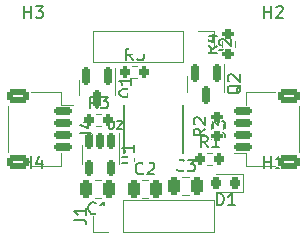
<source format=gto>
%TF.GenerationSoftware,KiCad,Pcbnew,(6.0.10)*%
%TF.CreationDate,2023-01-14T14:38:52-05:00*%
%TF.ProjectId,AS5600-Breakout,41533536-3030-42d4-9272-65616b6f7574,rev?*%
%TF.SameCoordinates,Original*%
%TF.FileFunction,Legend,Top*%
%TF.FilePolarity,Positive*%
%FSLAX46Y46*%
G04 Gerber Fmt 4.6, Leading zero omitted, Abs format (unit mm)*
G04 Created by KiCad (PCBNEW (6.0.10)) date 2023-01-14 14:38:52*
%MOMM*%
%LPD*%
G01*
G04 APERTURE LIST*
G04 Aperture macros list*
%AMRoundRect*
0 Rectangle with rounded corners*
0 $1 Rounding radius*
0 $2 $3 $4 $5 $6 $7 $8 $9 X,Y pos of 4 corners*
0 Add a 4 corners polygon primitive as box body*
4,1,4,$2,$3,$4,$5,$6,$7,$8,$9,$2,$3,0*
0 Add four circle primitives for the rounded corners*
1,1,$1+$1,$2,$3*
1,1,$1+$1,$4,$5*
1,1,$1+$1,$6,$7*
1,1,$1+$1,$8,$9*
0 Add four rect primitives between the rounded corners*
20,1,$1+$1,$2,$3,$4,$5,0*
20,1,$1+$1,$4,$5,$6,$7,0*
20,1,$1+$1,$6,$7,$8,$9,0*
20,1,$1+$1,$8,$9,$2,$3,0*%
G04 Aperture macros list end*
%ADD10C,0.150000*%
%ADD11C,0.120000*%
%ADD12C,0.127000*%
%ADD13RoundRect,0.250000X-0.250000X-0.475000X0.250000X-0.475000X0.250000X0.475000X-0.250000X0.475000X0*%
%ADD14RoundRect,0.218750X0.218750X0.256250X-0.218750X0.256250X-0.218750X-0.256250X0.218750X-0.256250X0*%
%ADD15R,0.600000X1.400000*%
%ADD16C,2.500000*%
%ADD17RoundRect,0.150000X-0.625000X0.150000X-0.625000X-0.150000X0.625000X-0.150000X0.625000X0.150000X0*%
%ADD18RoundRect,0.250000X-0.650000X0.350000X-0.650000X-0.350000X0.650000X-0.350000X0.650000X0.350000X0*%
%ADD19RoundRect,0.200000X0.275000X-0.200000X0.275000X0.200000X-0.275000X0.200000X-0.275000X-0.200000X0*%
%ADD20RoundRect,0.150000X0.625000X-0.150000X0.625000X0.150000X-0.625000X0.150000X-0.625000X-0.150000X0*%
%ADD21RoundRect,0.250000X0.650000X-0.350000X0.650000X0.350000X-0.650000X0.350000X-0.650000X-0.350000X0*%
%ADD22RoundRect,0.250000X0.250000X0.475000X-0.250000X0.475000X-0.250000X-0.475000X0.250000X-0.475000X0*%
%ADD23R,1.700000X1.700000*%
%ADD24O,1.700000X1.700000*%
%ADD25RoundRect,0.200000X-0.200000X-0.275000X0.200000X-0.275000X0.200000X0.275000X-0.200000X0.275000X0*%
%ADD26RoundRect,0.150000X-0.150000X0.587500X-0.150000X-0.587500X0.150000X-0.587500X0.150000X0.587500X0*%
%ADD27RoundRect,0.150000X-0.150000X0.512500X-0.150000X-0.512500X0.150000X-0.512500X0.150000X0.512500X0*%
G04 APERTURE END LIST*
D10*
%TO.C,C3*%
X127021333Y-88593142D02*
X126973714Y-88640761D01*
X126830857Y-88688380D01*
X126735619Y-88688380D01*
X126592761Y-88640761D01*
X126497523Y-88545523D01*
X126449904Y-88450285D01*
X126402285Y-88259809D01*
X126402285Y-88116952D01*
X126449904Y-87926476D01*
X126497523Y-87831238D01*
X126592761Y-87736000D01*
X126735619Y-87688380D01*
X126830857Y-87688380D01*
X126973714Y-87736000D01*
X127021333Y-87783619D01*
X127354666Y-87688380D02*
X127973714Y-87688380D01*
X127640380Y-88069333D01*
X127783238Y-88069333D01*
X127878476Y-88116952D01*
X127926095Y-88164571D01*
X127973714Y-88259809D01*
X127973714Y-88497904D01*
X127926095Y-88593142D01*
X127878476Y-88640761D01*
X127783238Y-88688380D01*
X127497523Y-88688380D01*
X127402285Y-88640761D01*
X127354666Y-88593142D01*
%TO.C,D1*%
X129843404Y-91544380D02*
X129843404Y-90544380D01*
X130081500Y-90544380D01*
X130224357Y-90592000D01*
X130319595Y-90687238D01*
X130367214Y-90782476D01*
X130414833Y-90972952D01*
X130414833Y-91115809D01*
X130367214Y-91306285D01*
X130319595Y-91401523D01*
X130224357Y-91496761D01*
X130081500Y-91544380D01*
X129843404Y-91544380D01*
X131367214Y-91544380D02*
X130795785Y-91544380D01*
X131081500Y-91544380D02*
X131081500Y-90544380D01*
X130986261Y-90687238D01*
X130891023Y-90782476D01*
X130795785Y-90830095D01*
%TO.C,U2*%
X120688166Y-84389166D02*
X120688166Y-84955833D01*
X120721500Y-85022500D01*
X120754833Y-85055833D01*
X120821500Y-85089166D01*
X120954833Y-85089166D01*
X121021500Y-85055833D01*
X121054833Y-85022500D01*
X121088166Y-84955833D01*
X121088166Y-84389166D01*
X121388166Y-84455833D02*
X121421500Y-84422500D01*
X121488166Y-84389166D01*
X121654833Y-84389166D01*
X121721500Y-84422500D01*
X121754833Y-84455833D01*
X121788166Y-84522500D01*
X121788166Y-84589166D01*
X121754833Y-84689166D01*
X121354833Y-85089166D01*
X121788166Y-85089166D01*
%TO.C,H4*%
X113538095Y-88392380D02*
X113538095Y-87392380D01*
X113538095Y-87868571D02*
X114109523Y-87868571D01*
X114109523Y-88392380D02*
X114109523Y-87392380D01*
X115014285Y-87725714D02*
X115014285Y-88392380D01*
X114776190Y-87344761D02*
X114538095Y-88059047D01*
X115157142Y-88059047D01*
%TO.C,H3*%
X113538095Y-75692380D02*
X113538095Y-74692380D01*
X113538095Y-75168571D02*
X114109523Y-75168571D01*
X114109523Y-75692380D02*
X114109523Y-74692380D01*
X114490476Y-74692380D02*
X115109523Y-74692380D01*
X114776190Y-75073333D01*
X114919047Y-75073333D01*
X115014285Y-75120952D01*
X115061904Y-75168571D01*
X115109523Y-75263809D01*
X115109523Y-75501904D01*
X115061904Y-75597142D01*
X115014285Y-75644761D01*
X114919047Y-75692380D01*
X114633333Y-75692380D01*
X114538095Y-75644761D01*
X114490476Y-75597142D01*
%TO.C,J4*%
X118272380Y-85423333D02*
X118986666Y-85423333D01*
X119129523Y-85470952D01*
X119224761Y-85566190D01*
X119272380Y-85709047D01*
X119272380Y-85804285D01*
X118605714Y-84518571D02*
X119272380Y-84518571D01*
X118224761Y-84756666D02*
X118939047Y-84994761D01*
X118939047Y-84375714D01*
%TO.C,R2*%
X128862380Y-85065666D02*
X128386190Y-85399000D01*
X128862380Y-85637095D02*
X127862380Y-85637095D01*
X127862380Y-85256142D01*
X127910000Y-85160904D01*
X127957619Y-85113285D01*
X128052857Y-85065666D01*
X128195714Y-85065666D01*
X128290952Y-85113285D01*
X128338571Y-85160904D01*
X128386190Y-85256142D01*
X128386190Y-85637095D01*
X127957619Y-84684714D02*
X127910000Y-84637095D01*
X127862380Y-84541857D01*
X127862380Y-84303761D01*
X127910000Y-84208523D01*
X127957619Y-84160904D01*
X128052857Y-84113285D01*
X128148095Y-84113285D01*
X128290952Y-84160904D01*
X128862380Y-84732333D01*
X128862380Y-84113285D01*
%TO.C,J3*%
X129552380Y-85423333D02*
X130266666Y-85423333D01*
X130409523Y-85470952D01*
X130504761Y-85566190D01*
X130552380Y-85709047D01*
X130552380Y-85804285D01*
X129552380Y-85042380D02*
X129552380Y-84423333D01*
X129933333Y-84756666D01*
X129933333Y-84613809D01*
X129980952Y-84518571D01*
X130028571Y-84470952D01*
X130123809Y-84423333D01*
X130361904Y-84423333D01*
X130457142Y-84470952D01*
X130504761Y-84518571D01*
X130552380Y-84613809D01*
X130552380Y-84899523D01*
X130504761Y-84994761D01*
X130457142Y-85042380D01*
%TO.C,H2*%
X133858095Y-75692380D02*
X133858095Y-74692380D01*
X133858095Y-75168571D02*
X134429523Y-75168571D01*
X134429523Y-75692380D02*
X134429523Y-74692380D01*
X134858095Y-74787619D02*
X134905714Y-74740000D01*
X135000952Y-74692380D01*
X135239047Y-74692380D01*
X135334285Y-74740000D01*
X135381904Y-74787619D01*
X135429523Y-74882857D01*
X135429523Y-74978095D01*
X135381904Y-75120952D01*
X134810476Y-75692380D01*
X135429523Y-75692380D01*
%TO.C,C2*%
X123597333Y-88847142D02*
X123549714Y-88894761D01*
X123406857Y-88942380D01*
X123311619Y-88942380D01*
X123168761Y-88894761D01*
X123073523Y-88799523D01*
X123025904Y-88704285D01*
X122978285Y-88513809D01*
X122978285Y-88370952D01*
X123025904Y-88180476D01*
X123073523Y-88085238D01*
X123168761Y-87990000D01*
X123311619Y-87942380D01*
X123406857Y-87942380D01*
X123549714Y-87990000D01*
X123597333Y-88037619D01*
X123978285Y-88037619D02*
X124025904Y-87990000D01*
X124121142Y-87942380D01*
X124359238Y-87942380D01*
X124454476Y-87990000D01*
X124502095Y-88037619D01*
X124549714Y-88132857D01*
X124549714Y-88228095D01*
X124502095Y-88370952D01*
X123930666Y-88942380D01*
X124549714Y-88942380D01*
%TO.C,C1*%
X119579333Y-92207142D02*
X119531714Y-92254761D01*
X119388857Y-92302380D01*
X119293619Y-92302380D01*
X119150761Y-92254761D01*
X119055523Y-92159523D01*
X119007904Y-92064285D01*
X118960285Y-91873809D01*
X118960285Y-91730952D01*
X119007904Y-91540476D01*
X119055523Y-91445238D01*
X119150761Y-91350000D01*
X119293619Y-91302380D01*
X119388857Y-91302380D01*
X119531714Y-91350000D01*
X119579333Y-91397619D01*
X120531714Y-92302380D02*
X119960285Y-92302380D01*
X120246000Y-92302380D02*
X120246000Y-91302380D01*
X120150761Y-91445238D01*
X120055523Y-91540476D01*
X119960285Y-91588095D01*
%TO.C,J2*%
X130052380Y-78438333D02*
X130766666Y-78438333D01*
X130909523Y-78485952D01*
X131004761Y-78581190D01*
X131052380Y-78724047D01*
X131052380Y-78819285D01*
X130147619Y-78009761D02*
X130100000Y-77962142D01*
X130052380Y-77866904D01*
X130052380Y-77628809D01*
X130100000Y-77533571D01*
X130147619Y-77485952D01*
X130242857Y-77438333D01*
X130338095Y-77438333D01*
X130480952Y-77485952D01*
X131052380Y-78057380D01*
X131052380Y-77438333D01*
%TO.C,R1*%
X129056333Y-86652380D02*
X128723000Y-86176190D01*
X128484904Y-86652380D02*
X128484904Y-85652380D01*
X128865857Y-85652380D01*
X128961095Y-85700000D01*
X129008714Y-85747619D01*
X129056333Y-85842857D01*
X129056333Y-85985714D01*
X129008714Y-86080952D01*
X128961095Y-86128571D01*
X128865857Y-86176190D01*
X128484904Y-86176190D01*
X130008714Y-86652380D02*
X129437285Y-86652380D01*
X129723000Y-86652380D02*
X129723000Y-85652380D01*
X129627761Y-85795238D01*
X129532523Y-85890476D01*
X129437285Y-85938095D01*
%TO.C,Q2*%
X131852619Y-81375238D02*
X131805000Y-81470476D01*
X131709761Y-81565714D01*
X131566904Y-81708571D01*
X131519285Y-81803809D01*
X131519285Y-81899047D01*
X131757380Y-81851428D02*
X131709761Y-81946666D01*
X131614523Y-82041904D01*
X131424047Y-82089523D01*
X131090714Y-82089523D01*
X130900238Y-82041904D01*
X130805000Y-81946666D01*
X130757380Y-81851428D01*
X130757380Y-81660952D01*
X130805000Y-81565714D01*
X130900238Y-81470476D01*
X131090714Y-81422857D01*
X131424047Y-81422857D01*
X131614523Y-81470476D01*
X131709761Y-81565714D01*
X131757380Y-81660952D01*
X131757380Y-81851428D01*
X130852619Y-81041904D02*
X130805000Y-80994285D01*
X130757380Y-80899047D01*
X130757380Y-80660952D01*
X130805000Y-80565714D01*
X130852619Y-80518095D01*
X130947857Y-80470476D01*
X131043095Y-80470476D01*
X131185952Y-80518095D01*
X131757380Y-81089523D01*
X131757380Y-80470476D01*
%TO.C,H1*%
X133858095Y-88392380D02*
X133858095Y-87392380D01*
X133858095Y-87868571D02*
X134429523Y-87868571D01*
X134429523Y-88392380D02*
X134429523Y-87392380D01*
X135429523Y-88392380D02*
X134858095Y-88392380D01*
X135143809Y-88392380D02*
X135143809Y-87392380D01*
X135048571Y-87535238D01*
X134953333Y-87630476D01*
X134858095Y-87678095D01*
%TO.C,R5*%
X122706333Y-79286380D02*
X122373000Y-78810190D01*
X122134904Y-79286380D02*
X122134904Y-78286380D01*
X122515857Y-78286380D01*
X122611095Y-78334000D01*
X122658714Y-78381619D01*
X122706333Y-78476857D01*
X122706333Y-78619714D01*
X122658714Y-78714952D01*
X122611095Y-78762571D01*
X122515857Y-78810190D01*
X122134904Y-78810190D01*
X123611095Y-78286380D02*
X123134904Y-78286380D01*
X123087285Y-78762571D01*
X123134904Y-78714952D01*
X123230142Y-78667333D01*
X123468238Y-78667333D01*
X123563476Y-78714952D01*
X123611095Y-78762571D01*
X123658714Y-78857809D01*
X123658714Y-79095904D01*
X123611095Y-79191142D01*
X123563476Y-79238761D01*
X123468238Y-79286380D01*
X123230142Y-79286380D01*
X123134904Y-79238761D01*
X123087285Y-79191142D01*
%TO.C,R3*%
X119655333Y-83350380D02*
X119322000Y-82874190D01*
X119083904Y-83350380D02*
X119083904Y-82350380D01*
X119464857Y-82350380D01*
X119560095Y-82398000D01*
X119607714Y-82445619D01*
X119655333Y-82540857D01*
X119655333Y-82683714D01*
X119607714Y-82778952D01*
X119560095Y-82826571D01*
X119464857Y-82874190D01*
X119083904Y-82874190D01*
X119988666Y-82350380D02*
X120607714Y-82350380D01*
X120274380Y-82731333D01*
X120417238Y-82731333D01*
X120512476Y-82778952D01*
X120560095Y-82826571D01*
X120607714Y-82921809D01*
X120607714Y-83159904D01*
X120560095Y-83255142D01*
X120512476Y-83302761D01*
X120417238Y-83350380D01*
X120131523Y-83350380D01*
X120036285Y-83302761D01*
X119988666Y-83255142D01*
%TO.C,U1*%
X121806380Y-88016404D02*
X122615904Y-88016404D01*
X122711142Y-87968785D01*
X122758761Y-87921166D01*
X122806380Y-87825928D01*
X122806380Y-87635452D01*
X122758761Y-87540214D01*
X122711142Y-87492595D01*
X122615904Y-87444976D01*
X121806380Y-87444976D01*
X122806380Y-86444976D02*
X122806380Y-87016404D01*
X122806380Y-86730690D02*
X121806380Y-86730690D01*
X121949238Y-86825928D01*
X122044476Y-86921166D01*
X122092095Y-87016404D01*
%TO.C,R4*%
X129832380Y-78081666D02*
X129356190Y-78415000D01*
X129832380Y-78653095D02*
X128832380Y-78653095D01*
X128832380Y-78272142D01*
X128880000Y-78176904D01*
X128927619Y-78129285D01*
X129022857Y-78081666D01*
X129165714Y-78081666D01*
X129260952Y-78129285D01*
X129308571Y-78176904D01*
X129356190Y-78272142D01*
X129356190Y-78653095D01*
X129165714Y-77224523D02*
X129832380Y-77224523D01*
X128784761Y-77462619D02*
X129499047Y-77700714D01*
X129499047Y-77081666D01*
%TO.C,Q1*%
X122642619Y-81677738D02*
X122595000Y-81772976D01*
X122499761Y-81868214D01*
X122356904Y-82011071D01*
X122309285Y-82106309D01*
X122309285Y-82201547D01*
X122547380Y-82153928D02*
X122499761Y-82249166D01*
X122404523Y-82344404D01*
X122214047Y-82392023D01*
X121880714Y-82392023D01*
X121690238Y-82344404D01*
X121595000Y-82249166D01*
X121547380Y-82153928D01*
X121547380Y-81963452D01*
X121595000Y-81868214D01*
X121690238Y-81772976D01*
X121880714Y-81725357D01*
X122214047Y-81725357D01*
X122404523Y-81772976D01*
X122499761Y-81868214D01*
X122547380Y-81963452D01*
X122547380Y-82153928D01*
X122547380Y-80772976D02*
X122547380Y-81344404D01*
X122547380Y-81058690D02*
X121547380Y-81058690D01*
X121690238Y-81153928D01*
X121785476Y-81249166D01*
X121833095Y-81344404D01*
%TO.C,J1*%
X117772380Y-92789333D02*
X118486666Y-92789333D01*
X118629523Y-92836952D01*
X118724761Y-92932190D01*
X118772380Y-93075047D01*
X118772380Y-93170285D01*
X118772380Y-91789333D02*
X118772380Y-92360761D01*
X118772380Y-92075047D02*
X117772380Y-92075047D01*
X117915238Y-92170285D01*
X118010476Y-92265523D01*
X118058095Y-92360761D01*
D11*
%TO.C,C3*%
X126926748Y-89181000D02*
X127449252Y-89181000D01*
X126926748Y-90651000D02*
X127449252Y-90651000D01*
%TO.C,D1*%
X132066500Y-90397000D02*
X132066500Y-88927000D01*
X132066500Y-88927000D02*
X129781500Y-88927000D01*
X129781500Y-90397000D02*
X132066500Y-90397000D01*
D12*
%TO.C,U2*%
X121960000Y-87090000D02*
X121960000Y-83090000D01*
X126960000Y-83090000D02*
X126960000Y-87090000D01*
D11*
%TO.C,J4*%
X116625000Y-81980000D02*
X116625000Y-83030000D01*
X112155000Y-83150000D02*
X112155000Y-87030000D01*
X114125000Y-88200000D02*
X116625000Y-88200000D01*
X116625000Y-88200000D02*
X116625000Y-87150000D01*
X114125000Y-81980000D02*
X116625000Y-81980000D01*
X116625000Y-83030000D02*
X117615000Y-83030000D01*
%TO.C,R2*%
X129317500Y-85136258D02*
X129317500Y-84661742D01*
X130362500Y-85136258D02*
X130362500Y-84661742D01*
%TO.C,J3*%
X134795000Y-88200000D02*
X132295000Y-88200000D01*
X132295000Y-87150000D02*
X131305000Y-87150000D01*
X132295000Y-81980000D02*
X132295000Y-83030000D01*
X132295000Y-88200000D02*
X132295000Y-87150000D01*
X134795000Y-81980000D02*
X132295000Y-81980000D01*
X136765000Y-87030000D02*
X136765000Y-83150000D01*
%TO.C,C2*%
X123502748Y-89435000D02*
X124025252Y-89435000D01*
X123502748Y-90905000D02*
X124025252Y-90905000D01*
%TO.C,C1*%
X120007252Y-90905000D02*
X119484748Y-90905000D01*
X120007252Y-89435000D02*
X119484748Y-89435000D01*
%TO.C,J2*%
X128270000Y-76775000D02*
X129600000Y-76775000D01*
X127000000Y-79435000D02*
X119320000Y-79435000D01*
X119320000Y-76775000D02*
X119320000Y-79435000D01*
X127000000Y-76775000D02*
X119320000Y-76775000D01*
X129600000Y-76775000D02*
X129600000Y-78105000D01*
X127000000Y-76775000D02*
X127000000Y-79435000D01*
%TO.C,R1*%
X128985742Y-87107500D02*
X129460258Y-87107500D01*
X128985742Y-88152500D02*
X129460258Y-88152500D01*
%TO.C,Q2*%
X130465000Y-81280000D02*
X130465000Y-81930000D01*
X127345000Y-81280000D02*
X127345000Y-81930000D01*
X127345000Y-81280000D02*
X127345000Y-80630000D01*
X130465000Y-81280000D02*
X130465000Y-79605000D01*
%TO.C,R5*%
X122635742Y-79741500D02*
X123110258Y-79741500D01*
X122635742Y-80786500D02*
X123110258Y-80786500D01*
%TO.C,R3*%
X119584742Y-84850500D02*
X120059258Y-84850500D01*
X119584742Y-83805500D02*
X120059258Y-83805500D01*
%TO.C,U1*%
X118394000Y-87254500D02*
X118394000Y-88054500D01*
X118394000Y-87254500D02*
X118394000Y-86454500D01*
X121514000Y-87254500D02*
X121514000Y-85454500D01*
X121514000Y-87254500D02*
X121514000Y-88054500D01*
%TO.C,R4*%
X130287500Y-78152258D02*
X130287500Y-77677742D01*
X131332500Y-78152258D02*
X131332500Y-77677742D01*
%TO.C,Q1*%
X121255000Y-81582500D02*
X121255000Y-82232500D01*
X121255000Y-81582500D02*
X121255000Y-79907500D01*
X118135000Y-81582500D02*
X118135000Y-80932500D01*
X118135000Y-81582500D02*
X118135000Y-82232500D01*
%TO.C,J1*%
X121920000Y-93786000D02*
X129600000Y-93786000D01*
X120650000Y-93786000D02*
X119320000Y-93786000D01*
X119320000Y-93786000D02*
X119320000Y-92456000D01*
X121920000Y-91126000D02*
X129600000Y-91126000D01*
X121920000Y-93786000D02*
X121920000Y-91126000D01*
X129600000Y-93786000D02*
X129600000Y-91126000D01*
%TD*%
%LPC*%
D13*
%TO.C,C3*%
X126238000Y-89916000D03*
X128138000Y-89916000D03*
%TD*%
D14*
%TO.C,D1*%
X131369000Y-89662000D03*
X129794000Y-89662000D03*
%TD*%
D15*
%TO.C,U2*%
X122555000Y-87790000D03*
X123825000Y-87790000D03*
X125095000Y-87790000D03*
X126365000Y-87790000D03*
X126365000Y-82390000D03*
X125095000Y-82390000D03*
X123825000Y-82390000D03*
X122555000Y-82390000D03*
%TD*%
D16*
%TO.C,H4*%
X114300000Y-91440000D03*
%TD*%
%TO.C,H3*%
X114300000Y-78740000D03*
%TD*%
D17*
%TO.C,J4*%
X116840000Y-83590000D03*
X116840000Y-84590000D03*
X116840000Y-85590000D03*
X116840000Y-86590000D03*
D18*
X112965000Y-82290000D03*
X112965000Y-87890000D03*
%TD*%
D19*
%TO.C,R2*%
X129840000Y-85724000D03*
X129840000Y-84074000D03*
%TD*%
D20*
%TO.C,J3*%
X132080000Y-86590000D03*
X132080000Y-85590000D03*
X132080000Y-84590000D03*
X132080000Y-83590000D03*
D21*
X135955000Y-82290000D03*
X135955000Y-87890000D03*
%TD*%
D16*
%TO.C,H2*%
X134620000Y-78740000D03*
%TD*%
D13*
%TO.C,C2*%
X122814000Y-90170000D03*
X124714000Y-90170000D03*
%TD*%
D22*
%TO.C,C1*%
X120696000Y-90170000D03*
X118796000Y-90170000D03*
%TD*%
D23*
%TO.C,J2*%
X128270000Y-78105000D03*
D24*
X125730000Y-78105000D03*
X123190000Y-78105000D03*
X120650000Y-78105000D03*
%TD*%
D25*
%TO.C,R1*%
X128398000Y-87630000D03*
X130048000Y-87630000D03*
%TD*%
D26*
%TO.C,Q2*%
X129855000Y-80342500D03*
X127955000Y-80342500D03*
X128905000Y-82217500D03*
%TD*%
D16*
%TO.C,H1*%
X134620000Y-91440000D03*
%TD*%
D25*
%TO.C,R5*%
X122048000Y-80264000D03*
X123698000Y-80264000D03*
%TD*%
%TO.C,R3*%
X118997000Y-84328000D03*
X120647000Y-84328000D03*
%TD*%
D27*
%TO.C,U1*%
X120904000Y-86117000D03*
X119954000Y-86117000D03*
X119004000Y-86117000D03*
X119004000Y-88392000D03*
X120904000Y-88392000D03*
%TD*%
D19*
%TO.C,R4*%
X130810000Y-78740000D03*
X130810000Y-77090000D03*
%TD*%
D26*
%TO.C,Q1*%
X120645000Y-80645000D03*
X118745000Y-80645000D03*
X119695000Y-82520000D03*
%TD*%
D23*
%TO.C,J1*%
X120650000Y-92456000D03*
D24*
X123190000Y-92456000D03*
X125730000Y-92456000D03*
X128270000Y-92456000D03*
%TD*%
M02*

</source>
